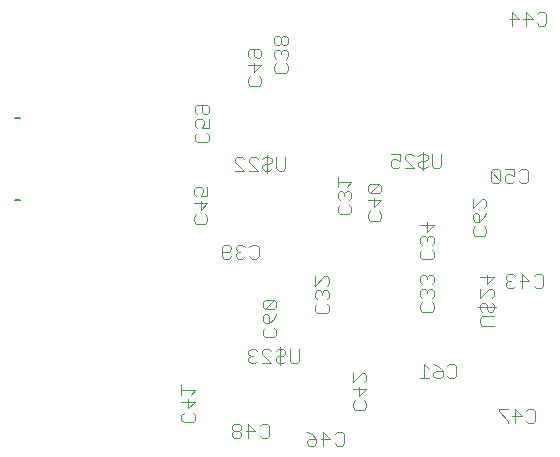
<source format=gbo>
G75*
%MOIN*%
%OFA0B0*%
%FSLAX24Y24*%
%IPPOS*%
%LPD*%
%AMOC8*
5,1,8,0,0,1.08239X$1,22.5*
%
%ADD10C,0.0040*%
%ADD11C,0.0080*%
D10*
X013211Y011003D02*
X013211Y011156D01*
X013288Y011233D01*
X013442Y011387D02*
X013442Y011694D01*
X013518Y011847D02*
X013672Y012001D01*
X013211Y012001D01*
X013211Y012154D02*
X013211Y011847D01*
X013211Y011617D02*
X013672Y011617D01*
X013442Y011387D01*
X013595Y011233D02*
X013672Y011156D01*
X013672Y011003D01*
X013595Y010926D01*
X013288Y010926D01*
X013211Y011003D01*
X014898Y010784D02*
X014898Y010707D01*
X014975Y010630D01*
X015129Y010630D01*
X015205Y010707D01*
X015205Y010784D01*
X015129Y010860D01*
X014975Y010860D01*
X014898Y010784D01*
X014975Y010630D02*
X014898Y010553D01*
X014898Y010477D01*
X014975Y010400D01*
X015129Y010400D01*
X015205Y010477D01*
X015205Y010553D01*
X015129Y010630D01*
X015359Y010630D02*
X015666Y010630D01*
X015435Y010860D01*
X015435Y010400D01*
X015819Y010477D02*
X015896Y010400D01*
X016049Y010400D01*
X016126Y010477D01*
X016126Y010784D01*
X016049Y010860D01*
X015896Y010860D01*
X015819Y010784D01*
X017398Y010610D02*
X017552Y010534D01*
X017705Y010380D01*
X017475Y010380D01*
X017398Y010303D01*
X017398Y010227D01*
X017475Y010150D01*
X017629Y010150D01*
X017705Y010227D01*
X017705Y010380D01*
X017859Y010380D02*
X018166Y010380D01*
X017935Y010610D01*
X017935Y010150D01*
X018319Y010227D02*
X018396Y010150D01*
X018549Y010150D01*
X018626Y010227D01*
X018626Y010534D01*
X018549Y010610D01*
X018396Y010610D01*
X018319Y010534D01*
X018993Y011348D02*
X018916Y011424D01*
X018916Y011578D01*
X018993Y011654D01*
X019146Y011808D02*
X019146Y012115D01*
X019300Y012268D02*
X019376Y012345D01*
X019376Y012499D01*
X019300Y012575D01*
X019223Y012575D01*
X018916Y012268D01*
X018916Y012575D01*
X018916Y012038D02*
X019376Y012038D01*
X019146Y011808D01*
X019300Y011654D02*
X019376Y011578D01*
X019376Y011424D01*
X019300Y011348D01*
X018993Y011348D01*
X021148Y012400D02*
X021455Y012400D01*
X021302Y012400D02*
X021302Y012860D01*
X021455Y012707D01*
X021609Y012860D02*
X021762Y012784D01*
X021916Y012630D01*
X021685Y012630D01*
X021609Y012553D01*
X021609Y012477D01*
X021685Y012400D01*
X021839Y012400D01*
X021916Y012477D01*
X021916Y012630D01*
X022069Y012477D02*
X022146Y012400D01*
X022299Y012400D01*
X022376Y012477D01*
X022376Y012784D01*
X022299Y012860D01*
X022146Y012860D01*
X022069Y012784D01*
X023243Y014150D02*
X023166Y014227D01*
X023166Y014380D01*
X023243Y014457D01*
X023626Y014457D01*
X023550Y014610D02*
X023626Y014687D01*
X023626Y014841D01*
X023550Y014917D01*
X023550Y015071D02*
X023626Y015148D01*
X023626Y015301D01*
X023550Y015378D01*
X023473Y015378D01*
X023166Y015071D01*
X023166Y015378D01*
X023396Y015531D02*
X023396Y015838D01*
X023166Y015761D02*
X023626Y015761D01*
X023396Y015531D01*
X023320Y014917D02*
X023396Y014841D01*
X023396Y014687D01*
X023473Y014610D01*
X023550Y014610D01*
X023703Y014764D02*
X023089Y014764D01*
X023166Y014841D02*
X023243Y014917D01*
X023320Y014917D01*
X023166Y014841D02*
X023166Y014687D01*
X023243Y014610D01*
X023243Y014150D02*
X023626Y014150D01*
X024106Y015400D02*
X024260Y015400D01*
X024336Y015477D01*
X024183Y015630D02*
X024106Y015630D01*
X024030Y015553D01*
X024030Y015477D01*
X024106Y015400D01*
X024106Y015630D02*
X024030Y015707D01*
X024030Y015784D01*
X024106Y015860D01*
X024260Y015860D01*
X024336Y015784D01*
X024490Y015630D02*
X024797Y015630D01*
X024567Y015860D01*
X024567Y015400D01*
X024950Y015477D02*
X025027Y015400D01*
X025181Y015400D01*
X025257Y015477D01*
X025257Y015784D01*
X025181Y015860D01*
X025027Y015860D01*
X024950Y015784D01*
X023376Y017227D02*
X023300Y017150D01*
X022993Y017150D01*
X022916Y017227D01*
X022916Y017380D01*
X022993Y017457D01*
X022993Y017610D02*
X022916Y017687D01*
X022916Y017841D01*
X022993Y017917D01*
X023070Y017917D01*
X023146Y017841D01*
X023146Y017610D01*
X022993Y017610D01*
X023146Y017610D02*
X023300Y017764D01*
X023376Y017917D01*
X023300Y018071D02*
X023376Y018148D01*
X023376Y018301D01*
X023300Y018378D01*
X023223Y018378D01*
X022916Y018071D01*
X022916Y018378D01*
X023530Y018977D02*
X023606Y018900D01*
X023760Y018900D01*
X023836Y018977D01*
X023530Y019284D01*
X023530Y018977D01*
X023836Y018977D02*
X023836Y019284D01*
X023760Y019360D01*
X023606Y019360D01*
X023530Y019284D01*
X023990Y019360D02*
X024297Y019360D01*
X024297Y019130D01*
X024143Y019207D01*
X024067Y019207D01*
X023990Y019130D01*
X023990Y018977D01*
X024067Y018900D01*
X024220Y018900D01*
X024297Y018977D01*
X024450Y018977D02*
X024527Y018900D01*
X024681Y018900D01*
X024757Y018977D01*
X024757Y019284D01*
X024681Y019360D01*
X024527Y019360D01*
X024450Y019284D01*
X023300Y017457D02*
X023376Y017380D01*
X023376Y017227D01*
X021626Y017051D02*
X021626Y016898D01*
X021550Y016821D01*
X021550Y016668D02*
X021626Y016591D01*
X021626Y016437D01*
X021550Y016361D01*
X021243Y016361D01*
X021166Y016437D01*
X021166Y016591D01*
X021243Y016668D01*
X021243Y016821D02*
X021166Y016898D01*
X021166Y017051D01*
X021243Y017128D01*
X021320Y017128D01*
X021396Y017051D01*
X021396Y016974D01*
X021396Y017051D02*
X021473Y017128D01*
X021550Y017128D01*
X021626Y017051D01*
X021396Y017281D02*
X021396Y017588D01*
X021166Y017512D02*
X021626Y017512D01*
X021396Y017281D01*
X019876Y017727D02*
X019800Y017650D01*
X019493Y017650D01*
X019416Y017727D01*
X019416Y017880D01*
X019493Y017957D01*
X019646Y018110D02*
X019646Y018417D01*
X019493Y018571D02*
X019800Y018878D01*
X019493Y018878D01*
X019416Y018801D01*
X019416Y018648D01*
X019493Y018571D01*
X019800Y018571D01*
X019876Y018648D01*
X019876Y018801D01*
X019800Y018878D01*
X019876Y018341D02*
X019416Y018341D01*
X019646Y018110D02*
X019876Y018341D01*
X019800Y017957D02*
X019876Y017880D01*
X019876Y017727D01*
X018876Y017937D02*
X018800Y017861D01*
X018493Y017861D01*
X018416Y017937D01*
X018416Y018091D01*
X018493Y018168D01*
X018493Y018321D02*
X018416Y018398D01*
X018416Y018551D01*
X018493Y018628D01*
X018570Y018628D01*
X018646Y018551D01*
X018646Y018474D01*
X018646Y018551D02*
X018723Y018628D01*
X018800Y018628D01*
X018876Y018551D01*
X018876Y018398D01*
X018800Y018321D01*
X018800Y018168D02*
X018876Y018091D01*
X018876Y017937D01*
X018723Y018781D02*
X018876Y018935D01*
X018416Y018935D01*
X018416Y019088D02*
X018416Y018781D01*
X020188Y019477D02*
X020265Y019400D01*
X020418Y019400D01*
X020495Y019477D01*
X020495Y019630D02*
X020341Y019707D01*
X020265Y019707D01*
X020188Y019630D01*
X020188Y019477D01*
X020495Y019630D02*
X020495Y019860D01*
X020188Y019860D01*
X020648Y019784D02*
X020725Y019860D01*
X020879Y019860D01*
X020955Y019784D01*
X021109Y019784D02*
X021185Y019860D01*
X021339Y019860D01*
X021416Y019784D01*
X021416Y019707D01*
X021339Y019630D01*
X021185Y019630D01*
X021109Y019553D01*
X021109Y019477D01*
X021185Y019400D01*
X021339Y019400D01*
X021416Y019477D01*
X021569Y019477D02*
X021569Y019860D01*
X021876Y019860D02*
X021876Y019477D01*
X021799Y019400D01*
X021646Y019400D01*
X021569Y019477D01*
X021262Y019323D02*
X021262Y019937D01*
X020955Y019400D02*
X020648Y019707D01*
X020648Y019784D01*
X020648Y019400D02*
X020955Y019400D01*
X021243Y015838D02*
X021166Y015762D01*
X021166Y015608D01*
X021243Y015531D01*
X021243Y015378D02*
X021166Y015301D01*
X021166Y015148D01*
X021243Y015071D01*
X021243Y014918D02*
X021166Y014841D01*
X021166Y014687D01*
X021243Y014611D01*
X021550Y014611D01*
X021626Y014687D01*
X021626Y014841D01*
X021550Y014918D01*
X021550Y015071D02*
X021626Y015148D01*
X021626Y015301D01*
X021550Y015378D01*
X021473Y015378D01*
X021396Y015301D01*
X021320Y015378D01*
X021243Y015378D01*
X021396Y015301D02*
X021396Y015224D01*
X021550Y015531D02*
X021626Y015608D01*
X021626Y015762D01*
X021550Y015838D01*
X021473Y015838D01*
X021396Y015762D01*
X021320Y015838D01*
X021243Y015838D01*
X021396Y015762D02*
X021396Y015685D01*
X018126Y015709D02*
X018126Y015556D01*
X018050Y015479D01*
X018050Y015326D02*
X017973Y015326D01*
X017896Y015249D01*
X017820Y015326D01*
X017743Y015326D01*
X017666Y015249D01*
X017666Y015095D01*
X017743Y015019D01*
X017743Y014865D02*
X017666Y014788D01*
X017666Y014635D01*
X017743Y014558D01*
X018050Y014558D01*
X018126Y014635D01*
X018126Y014788D01*
X018050Y014865D01*
X018050Y015019D02*
X018126Y015095D01*
X018126Y015249D01*
X018050Y015326D01*
X017896Y015249D02*
X017896Y015172D01*
X017666Y015479D02*
X017973Y015786D01*
X018050Y015786D01*
X018126Y015709D01*
X017666Y015786D02*
X017666Y015479D01*
X016376Y014920D02*
X016300Y014997D01*
X015993Y014690D01*
X015916Y014766D01*
X015916Y014920D01*
X015993Y014997D01*
X016300Y014997D01*
X016376Y014920D02*
X016376Y014766D01*
X016300Y014690D01*
X015993Y014690D01*
X015993Y014536D02*
X016070Y014536D01*
X016146Y014459D01*
X016146Y014229D01*
X015993Y014229D01*
X015916Y014306D01*
X015916Y014459D01*
X015993Y014536D01*
X016300Y014383D02*
X016146Y014229D01*
X015993Y014076D02*
X015916Y013999D01*
X015916Y013846D01*
X015993Y013769D01*
X016300Y013769D01*
X016376Y013846D01*
X016376Y013999D01*
X016300Y014076D01*
X016300Y014383D02*
X016376Y014536D01*
X016512Y013437D02*
X016512Y012823D01*
X016435Y012900D02*
X016359Y012977D01*
X016359Y013053D01*
X016435Y013130D01*
X016589Y013130D01*
X016666Y013207D01*
X016666Y013284D01*
X016589Y013360D01*
X016435Y013360D01*
X016359Y013284D01*
X016205Y013284D02*
X016129Y013360D01*
X015975Y013360D01*
X015898Y013284D01*
X015898Y013207D01*
X016205Y012900D01*
X015898Y012900D01*
X015745Y012977D02*
X015668Y012900D01*
X015515Y012900D01*
X015438Y012977D01*
X015438Y013053D01*
X015515Y013130D01*
X015591Y013130D01*
X015515Y013130D02*
X015438Y013207D01*
X015438Y013284D01*
X015515Y013360D01*
X015668Y013360D01*
X015745Y013284D01*
X016435Y012900D02*
X016589Y012900D01*
X016666Y012977D01*
X016819Y012977D02*
X016819Y013360D01*
X017126Y013360D02*
X017126Y012977D01*
X017049Y012900D01*
X016896Y012900D01*
X016819Y012977D01*
X015707Y016382D02*
X015553Y016382D01*
X015477Y016459D01*
X015323Y016459D02*
X015246Y016382D01*
X015093Y016382D01*
X015016Y016459D01*
X015016Y016536D01*
X015093Y016612D01*
X015170Y016612D01*
X015093Y016612D02*
X015016Y016689D01*
X015016Y016766D01*
X015093Y016843D01*
X015246Y016843D01*
X015323Y016766D01*
X015477Y016766D02*
X015553Y016843D01*
X015707Y016843D01*
X015784Y016766D01*
X015784Y016459D01*
X015707Y016382D01*
X014863Y016459D02*
X014786Y016382D01*
X014633Y016382D01*
X014556Y016459D01*
X014556Y016766D01*
X014633Y016843D01*
X014786Y016843D01*
X014863Y016766D01*
X014863Y016689D01*
X014786Y016612D01*
X014556Y016612D01*
X014001Y017544D02*
X013694Y017544D01*
X013617Y017621D01*
X013617Y017775D01*
X013694Y017851D01*
X013847Y018005D02*
X013847Y018312D01*
X013847Y018465D02*
X013924Y018619D01*
X013924Y018695D01*
X013847Y018772D01*
X013694Y018772D01*
X013617Y018695D01*
X013617Y018542D01*
X013694Y018465D01*
X013847Y018465D02*
X014077Y018465D01*
X014077Y018772D01*
X014077Y018235D02*
X013617Y018235D01*
X013847Y018005D02*
X014077Y018235D01*
X014001Y017851D02*
X014077Y017775D01*
X014077Y017621D01*
X014001Y017544D01*
X014991Y019307D02*
X015298Y019307D01*
X014991Y019614D01*
X014991Y019691D01*
X015068Y019768D01*
X015221Y019768D01*
X015298Y019691D01*
X015451Y019691D02*
X015528Y019768D01*
X015682Y019768D01*
X015758Y019691D01*
X015912Y019691D02*
X015989Y019768D01*
X016142Y019768D01*
X016219Y019691D01*
X016219Y019614D01*
X016142Y019538D01*
X015989Y019538D01*
X015912Y019461D01*
X015912Y019384D01*
X015989Y019307D01*
X016142Y019307D01*
X016219Y019384D01*
X016372Y019384D02*
X016372Y019768D01*
X016679Y019768D02*
X016679Y019384D01*
X016602Y019307D01*
X016449Y019307D01*
X016372Y019384D01*
X016065Y019231D02*
X016065Y019845D01*
X015758Y019307D02*
X015451Y019614D01*
X015451Y019691D01*
X015451Y019307D02*
X015758Y019307D01*
X014126Y020346D02*
X014050Y020269D01*
X013743Y020269D01*
X013666Y020346D01*
X013666Y020499D01*
X013743Y020576D01*
X013743Y020729D02*
X013666Y020806D01*
X013666Y020959D01*
X013743Y021036D01*
X013896Y021036D01*
X013973Y020959D01*
X013973Y020883D01*
X013896Y020729D01*
X014126Y020729D01*
X014126Y021036D01*
X014050Y021190D02*
X013973Y021190D01*
X013896Y021266D01*
X013896Y021497D01*
X013743Y021497D02*
X014050Y021497D01*
X014126Y021420D01*
X014126Y021266D01*
X014050Y021190D01*
X013743Y021190D02*
X013666Y021266D01*
X013666Y021420D01*
X013743Y021497D01*
X014050Y020576D02*
X014126Y020499D01*
X014126Y020346D01*
X015493Y022150D02*
X015416Y022227D01*
X015416Y022380D01*
X015493Y022457D01*
X015646Y022610D02*
X015646Y022917D01*
X015723Y023071D02*
X015646Y023148D01*
X015646Y023378D01*
X015493Y023378D02*
X015800Y023378D01*
X015876Y023301D01*
X015876Y023148D01*
X015800Y023071D01*
X015723Y023071D01*
X015493Y023071D02*
X015416Y023148D01*
X015416Y023301D01*
X015493Y023378D01*
X015416Y022841D02*
X015876Y022841D01*
X015646Y022610D01*
X015800Y022457D02*
X015876Y022380D01*
X015876Y022227D01*
X015800Y022150D01*
X015493Y022150D01*
X016296Y022660D02*
X016296Y022813D01*
X016373Y022890D01*
X016373Y023043D02*
X016296Y023120D01*
X016296Y023274D01*
X016373Y023350D01*
X016449Y023350D01*
X016526Y023274D01*
X016526Y023197D01*
X016526Y023274D02*
X016603Y023350D01*
X016680Y023350D01*
X016756Y023274D01*
X016756Y023120D01*
X016680Y023043D01*
X016680Y022890D02*
X016756Y022813D01*
X016756Y022660D01*
X016680Y022583D01*
X016373Y022583D01*
X016296Y022660D01*
X016373Y023504D02*
X016449Y023504D01*
X016526Y023581D01*
X016526Y023734D01*
X016449Y023811D01*
X016373Y023811D01*
X016296Y023734D01*
X016296Y023581D01*
X016373Y023504D01*
X016526Y023581D02*
X016603Y023504D01*
X016680Y023504D01*
X016756Y023581D01*
X016756Y023734D01*
X016680Y023811D01*
X016603Y023811D01*
X016526Y023734D01*
X024148Y024380D02*
X024455Y024380D01*
X024225Y024610D01*
X024225Y024150D01*
X024609Y024380D02*
X024916Y024380D01*
X024685Y024610D01*
X024685Y024150D01*
X025069Y024227D02*
X025146Y024150D01*
X025299Y024150D01*
X025376Y024227D01*
X025376Y024534D01*
X025299Y024610D01*
X025146Y024610D01*
X025069Y024534D01*
X024931Y011360D02*
X025007Y011284D01*
X025007Y010977D01*
X024931Y010900D01*
X024777Y010900D01*
X024700Y010977D01*
X024547Y011130D02*
X024240Y011130D01*
X024086Y010977D02*
X024086Y010900D01*
X024086Y010977D02*
X023780Y011284D01*
X023780Y011360D01*
X024086Y011360D01*
X024317Y011360D02*
X024547Y011130D01*
X024700Y011284D02*
X024777Y011360D01*
X024931Y011360D01*
X024317Y011360D02*
X024317Y010900D01*
D11*
X007845Y018325D02*
X007648Y018325D01*
X007648Y021075D02*
X007845Y021075D01*
M02*

</source>
